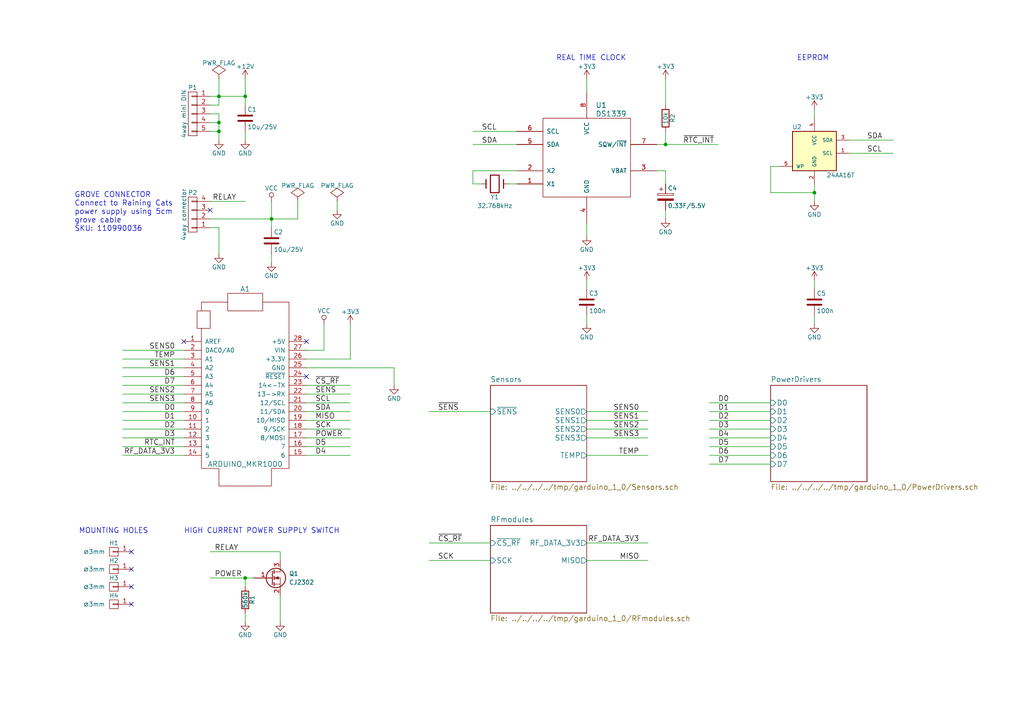
<source format=kicad_sch>
(kicad_sch (version 20230121) (generator eeschema)
  (paper "A4")
  (title_block (title "Guarduino Control Unit") (date "2016-09-30") (rev "1.0") (company "Serious Play Ltd") (comment 1 "Jakub Nedbal") (comment 2 "License: CC-BY-SA"))
  (lib_symbols
    (symbol "guarduino-rescue:+12V" (power) (pin_names (offset 0))
      (property "Value" "+12V" (at 0 3.556 0))
      (symbol "+12V_0_1"
        (polyline (pts (xy -0.762 1.27) (xy 0 2.54)))
        (polyline (pts (xy 0 0) (xy 0 2.54)))
        (polyline (pts (xy 0 2.54) (xy 0.762 1.27)))
      )
      (symbol "+12V_1_1"
        (pin power_in line (at 0 0 90) (length 0) hide (name "+12V") (number "1"))
      )
    )
    (symbol "guarduino-rescue:+3V3" (power) (pin_names (offset 0))
      (property "Value" "+3V3" (at 0 3.556 0))
      (symbol "+3V3_0_1"
        (polyline (pts (xy -0.762 1.27) (xy 0 2.54)))
        (polyline (pts (xy 0 0) (xy 0 2.54)))
        (polyline (pts (xy 0 2.54) (xy 0.762 1.27)))
      )
      (symbol "+3V3_1_1"
        (pin power_in line (at 0 0 90) (length 0) hide (name "+3V3") (number "1"))
      )
    )
    (symbol "guarduino-rescue:ARDUINO_MKR1000" (pin_names (offset 1.016))
      (property "Reference" "A" (at 0 31.75 0))
      (property "Value" "ARDUINO_MKR1000" (at 0 -19.05 0))
      (symbol "ARDUINO_MKR1000_0_1"
        (rectangle (start -13.97 25.4) (end -10.16 20.32))
        (rectangle (start -5.08 30.48) (end 5.08 25.4))
        (polyline (pts (xy -12.7 25.4) (xy -12.7 27.94) (xy -5.08 27.94)))
        (polyline (pts (xy 5.08 27.94) (xy 12.7 27.94) (xy 12.7 -20.32) (xy 7.62 -20.32) (xy 7.62 -25.4) (xy -7.62 -25.4) (xy -7.62 -20.32) (xy -12.7 -20.32) (xy -12.7 20.32)))
      )
      (symbol "ARDUINO_MKR1000_1_1"
        (pin input line (at -17.78 16.51 0) (length 5.08) (name "AREF") (number "1"))
        (pin bidirectional line (at -17.78 -6.35 0) (length 5.08) (name "1") (number "10"))
        (pin bidirectional line (at -17.78 -8.89 0) (length 5.08) (name "2") (number "11"))
        (pin bidirectional line (at -17.78 -11.43 0) (length 5.08) (name "3") (number "12"))
        (pin bidirectional line (at -17.78 -13.97 0) (length 5.08) (name "4") (number "13"))
        (pin bidirectional line (at -17.78 -16.51 0) (length 5.08) (name "5") (number "14"))
        (pin bidirectional line (at 17.78 -16.51 180) (length 5.08) (name "6") (number "15"))
        (pin bidirectional line (at 17.78 -13.97 180) (length 5.08) (name "7") (number "16"))
        (pin bidirectional line (at 17.78 -11.43 180) (length 5.08) (name "8/MOSI") (number "17"))
        (pin bidirectional line (at 17.78 -8.89 180) (length 5.08) (name "9/SCK") (number "18"))
        (pin bidirectional line (at 17.78 -6.35 180) (length 5.08) (name "10/MISO") (number "19"))
        (pin bidirectional line (at -17.78 13.97 0) (length 5.08) (name "DAC0/A0") (number "2"))
        (pin bidirectional line (at 17.78 -3.81 180) (length 5.08) (name "11/SDA") (number "20"))
        (pin bidirectional line (at 17.78 -1.27 180) (length 5.08) (name "12/SCL") (number "21"))
        (pin bidirectional line (at 17.78 1.27 180) (length 5.08) (name "13->RX") (number "22"))
        (pin bidirectional line (at 17.78 3.81 180) (length 5.08) (name "14<-TX") (number "23"))
        (pin bidirectional line (at 17.78 6.35 180) (length 5.08) (name "~{RESET}") (number "24"))
        (pin power_in line (at 17.78 8.89 180) (length 5.08) (name "GND") (number "25"))
        (pin power_out line (at 17.78 11.43 180) (length 5.08) (name "+3.3V") (number "26"))
        (pin power_in line (at 17.78 13.97 180) (length 5.08) (name "VIN") (number "27"))
        (pin power_out line (at 17.78 16.51 180) (length 5.08) (name "+5V") (number "28"))
        (pin bidirectional line (at -17.78 11.43 0) (length 5.08) (name "A1") (number "3"))
        (pin bidirectional line (at -17.78 8.89 0) (length 5.08) (name "A2") (number "4"))
        (pin bidirectional line (at -17.78 6.35 0) (length 5.08) (name "A3") (number "5"))
        (pin bidirectional line (at -17.78 3.81 0) (length 5.08) (name "A4") (number "6"))
        (pin bidirectional line (at -17.78 1.27 0) (length 5.08) (name "A5") (number "7"))
        (pin bidirectional line (at -17.78 -1.27 0) (length 5.08) (name "A6") (number "8"))
        (pin bidirectional line (at -17.78 -3.81 0) (length 5.08) (name "0") (number "9"))
      )
    )
    (symbol "guarduino-rescue:AT24CS16-STUM" (pin_names (offset 1.016))
      (property "Reference" "IC" (at -5.08 6.35 0))
      (property "Value" "AT24CS16-STUM" (at 7.62 -7.62 0))
      (property "Footprint" "SOT-23-5" (at 0 0 0))
      (symbol "AT24CS16-STUM_0_1"
        (rectangle (start -6.35 5.08) (end 6.35 -6.35) (stroke (width 0.254)) (fill (type background)))
      )
      (symbol "AT24CS16-STUM_1_1"
        (pin input line (at 10.16 -1.27 180) (length 3.81) (name "SCL") (number "1"))
        (pin power_in line (at 0 -10.16 90) (length 3.81) (name "GND") (number "2"))
        (pin bidirectional line (at 10.16 2.54 180) (length 3.81) (name "SDA") (number "3"))
        (pin power_in line (at 0 8.89 270) (length 3.81) (name "VCC") (number "4"))
        (pin input line (at -10.16 -5.08 0) (length 3.81) (name "WP") (number "5"))
      )
    )
    (symbol "guarduino-rescue:C" (pin_numbers hide) (pin_names (offset 0.254))
      (property "Reference" "C" (at 0.635 2.54 0))
      (property "Value" "C" (at 0.635 -2.54 0))
      (symbol "C_0_1"
        (polyline (pts (xy -2.032 -0.762) (xy 2.032 -0.762)) (stroke (width 0.508)))
        (polyline (pts (xy -2.032 0.762) (xy 2.032 0.762)) (stroke (width 0.508)))
      )
      (symbol "C_1_1"
        (pin passive line (at 0 3.81 270) (length 2.794) (name "~") (number "1"))
        (pin passive line (at 0 -3.81 90) (length 2.794) (name "~") (number "2"))
      )
    )
    (symbol "guarduino-rescue:CONN_01X01" (pin_names (offset 1.016) hide)
      (property "Reference" "P" (at 0 2.54 0))
      (property "Value" "CONN_01X01" (at 2.54 0 90))
      (symbol "CONN_01X01_0_1"
        (rectangle (start -1.27 0.127) (end 0.254 -0.127))
        (rectangle (start -1.27 1.27) (end 1.27 -1.27))
      )
      (symbol "CONN_01X01_1_1"
        (pin passive line (at -5.08 0 0) (length 3.81) (name "P1") (number "1"))
      )
    )
    (symbol "guarduino-rescue:CONN_01X04" (pin_names (offset 1.016) hide)
      (property "Reference" "P" (at 0 6.35 0))
      (property "Value" "CONN_01X04" (at 2.54 0 90))
      (symbol "CONN_01X04_0_1"
        (rectangle (start -1.27 -3.683) (end 0.254 -3.937))
        (rectangle (start -1.27 -1.143) (end 0.254 -1.397))
        (rectangle (start -1.27 1.397) (end 0.254 1.143))
        (rectangle (start -1.27 3.937) (end 0.254 3.683))
        (rectangle (start -1.27 5.08) (end 1.27 -5.08))
      )
      (symbol "CONN_01X04_1_1"
        (pin passive line (at -5.08 3.81 0) (length 3.81) (name "P1") (number "1"))
        (pin passive line (at -5.08 1.27 0) (length 3.81) (name "P2") (number "2"))
        (pin passive line (at -5.08 -1.27 0) (length 3.81) (name "P3") (number "3"))
        (pin passive line (at -5.08 -3.81 0) (length 3.81) (name "P4") (number "4"))
      )
    )
    (symbol "guarduino-rescue:CONN_01X05" (pin_names (offset 1.016) hide)
      (property "Reference" "P" (at 0 7.62 0))
      (property "Value" "CONN_01X05" (at 2.54 0 90))
      (symbol "CONN_01X05_0_1"
        (rectangle (start -1.27 -4.953) (end 0.254 -5.207))
        (rectangle (start -1.27 -2.413) (end 0.254 -2.667))
        (rectangle (start -1.27 0.127) (end 0.254 -0.127))
        (rectangle (start -1.27 2.667) (end 0.254 2.413))
        (rectangle (start -1.27 5.207) (end 0.254 4.953))
        (rectangle (start -1.27 6.35) (end 1.27 -6.35))
      )
      (symbol "CONN_01X05_1_1"
        (pin passive line (at -5.08 5.08 0) (length 3.81) (name "P1") (number "1"))
        (pin passive line (at -5.08 2.54 0) (length 3.81) (name "P2") (number "2"))
        (pin passive line (at -5.08 0 0) (length 3.81) (name "P3") (number "3"))
        (pin passive line (at -5.08 -2.54 0) (length 3.81) (name "P4") (number "4"))
        (pin passive line (at -5.08 -5.08 0) (length 3.81) (name "P5") (number "5"))
      )
    )
    (symbol "guarduino-rescue:CP" (pin_numbers hide) (pin_names (offset 0.254))
      (property "Reference" "C" (at 0.635 2.54 0))
      (property "Value" "CP" (at 0.635 -2.54 0))
      (symbol "CP_0_1"
        (rectangle (start -2.286 0.508) (end -2.286 1.016))
        (rectangle (start -2.286 0.508) (end 2.286 0.508))
        (polyline (pts (xy -1.778 2.286) (xy -0.762 2.286)))
        (polyline (pts (xy -1.27 2.794) (xy -1.27 1.778)))
        (rectangle (start 2.286 -0.508) (end -2.286 -1.016) (fill (type outline)))
        (rectangle (start 2.286 1.016) (end -2.286 1.016))
        (rectangle (start 2.286 1.016) (end 2.286 0.508))
      )
      (symbol "CP_1_1"
        (pin passive line (at 0 3.81 270) (length 2.794) (name "~") (number "1"))
        (pin passive line (at 0 -3.81 90) (length 2.794) (name "~") (number "2"))
      )
    )
    (symbol "guarduino-rescue:Crystal" (pin_numbers hide) (pin_names (offset 1.016) hide)
      (property "Reference" "Y" (at 0 3.81 0))
      (property "Value" "Crystal" (at 0 -3.81 0))
      (symbol "Crystal_0_1"
        (rectangle (start -1.27 2.54) (end 1.27 -2.54) (stroke (width 0.3048)))
        (polyline (pts (xy -2.54 -1.27) (xy -2.54 1.27)) (stroke (width 0.3048)))
        (polyline (pts (xy 2.54 -1.27) (xy 2.54 1.27)) (stroke (width 0.3048)))
      )
      (symbol "Crystal_1_1"
        (pin passive line (at -3.81 0 0) (length 1.27) (name "1") (number "1"))
        (pin passive line (at 3.81 0 180) (length 1.27) (name "2") (number "2"))
      )
    )
    (symbol "guarduino-rescue:DS1339" (pin_names (offset 1.016))
      (property "Reference" "U" (at 2.54 15.24 0))
      (property "Value" "DS1339" (at 2.54 12.7 0))
      (symbol "DS1339_0_1"
        (rectangle (start -12.7 11.43) (end 12.7 -11.43))
      )
      (symbol "DS1339_1_1"
        (pin input line (at -20.32 -7.62 0) (length 7.62) (name "X1") (number "1"))
        (pin input line (at -20.32 -3.81 0) (length 7.62) (name "X2") (number "2"))
        (pin input line (at 20.32 -3.81 180) (length 7.62) (name "VBAT") (number "3"))
        (pin input line (at 0 -19.05 90) (length 7.62) (name "GND") (number "4"))
        (pin input line (at -20.32 3.81 0) (length 7.62) (name "SDA") (number "5"))
        (pin input line (at -20.32 7.62 0) (length 7.62) (name "SCL") (number "6"))
        (pin input line (at 20.32 3.81 180) (length 7.62) (name "SQW/~{INT}") (number "7"))
        (pin input line (at 0 19.05 270) (length 7.62) (name "VCC") (number "8"))
      )
    )
    (symbol "guarduino-rescue:GND" (power) (pin_names (offset 0))
      (property "Value" "GND" (at 0 -3.81 0))
      (symbol "GND_0_1"
        (polyline (pts (xy 0 0) (xy 0 -1.27) (xy 1.27 -1.27) (xy 0 -2.54) (xy -1.27 -1.27) (xy 0 -1.27)))
      )
      (symbol "GND_1_1"
        (pin power_in line (at 0 0 270) (length 0) hide (name "GND") (number "1"))
      )
    )
    (symbol "guarduino-rescue:PWR_FLAG" (power) (pin_numbers hide) (pin_names (offset 0) hide)
      (property "Value" "PWR_FLAG" (at 0 4.572 0))
      (symbol "PWR_FLAG_0_0"
        (pin power_out line (at 0 0 90) (length 0) (name "pwr") (number "1"))
      )
      (symbol "PWR_FLAG_0_1"
        (polyline (pts (xy 0 0) (xy 0 1.27) (xy -1.905 2.54) (xy 0 3.81) (xy 1.905 2.54) (xy 0 1.27)))
      )
    )
    (symbol "guarduino-rescue:Q_NMOS_GSD" (pin_names (offset 0) hide)
      (property "Reference" "Q" (at 7.62 1.27 0))
      (property "Value" "Q_NMOS_GSD" (at 16.51 -1.27 0))
      (symbol "Q_NMOS_GSD_0_1"
        (polyline (pts (xy 0.762 -1.778) (xy 2.54 -1.778)))
        (polyline (pts (xy 0.762 -1.27) (xy 0.762 -2.286)) (stroke (width 0.254)))
        (polyline (pts (xy 0.762 0) (xy 2.54 0)))
        (polyline (pts (xy 0.762 0.508) (xy 0.762 -0.508)) (stroke (width 0.254)))
        (polyline (pts (xy 0.762 1.778) (xy 2.54 1.778)))
        (polyline (pts (xy 0.762 2.286) (xy 0.762 1.27)) (stroke (width 0.254)))
        (polyline (pts (xy 2.54 -1.778) (xy 2.54 -2.54)))
        (polyline (pts (xy 2.54 -1.778) (xy 2.54 0)))
        (polyline (pts (xy 2.54 2.54) (xy 2.54 1.778)))
        (polyline (pts (xy 0.254 1.905) (xy 0.254 -1.905) (xy 0.254 -1.905)) (stroke (width 0.254)))
        (polyline (pts (xy 1.016 0) (xy 2.032 0.381) (xy 2.032 -0.381) (xy 1.016 0)) (fill (type outline)))
        (circle (center 1.27 0) (radius 2.8194) (stroke (width 0.254)))
      )
      (symbol "Q_NMOS_GSD_1_1"
        (pin input line (at -5.08 0 0) (length 5.334) (name "G") (number "1"))
        (pin passive line (at 2.54 -5.08 90) (length 2.54) (name "S") (number "2"))
        (pin passive line (at 2.54 5.08 270) (length 2.54) (name "D") (number "3"))
      )
    )
    (symbol "guarduino-rescue:R" (pin_numbers hide) (pin_names (offset 0))
      (property "Reference" "R" (at 2.032 0 90))
      (property "Value" "R" (at 0 0 90))
      (symbol "R_0_1"
        (rectangle (start -1.016 -2.54) (end 1.016 2.54) (stroke (width 0.254)))
      )
      (symbol "R_1_1"
        (pin passive line (at 0 3.81 270) (length 1.27) (name "~") (number "1"))
        (pin passive line (at 0 -3.81 90) (length 1.27) (name "~") (number "2"))
      )
    )
    (symbol "guarduino-rescue:VCC" (power) (pin_names (offset 0))
      (property "Value" "VCC" (at 0 3.81 0))
      (symbol "VCC_0_1"
        (polyline (pts (xy 0 0) (xy 0 1.27)))
        (circle (center 0 1.905) (radius 0.635))
      )
      (symbol "VCC_1_1"
        (pin power_in line (at 0 0 90) (length 0) hide (name "VCC") (number "1"))
      )
    )
  )
  (junction (at 71.12 167.64))
  (junction (at 63.5 35.56))
  (junction (at 63.5 27.94))
  (junction (at 236.22 55.88))
  (junction (at 78.74 63.5))
  (junction (at 71.12 27.94))
  (junction (at 63.5 38.1))
  (junction (at 193.04 41.91))
  (no_connect (at 38.1 175.26))
  (no_connect (at 88.9 99.06))
  (no_connect (at 53.34 99.06))
  (no_connect (at 38.1 165.1))
  (no_connect (at 60.96 60.96))
  (no_connect (at 38.1 170.18))
  (no_connect (at 88.9 109.22))
  (no_connect (at 38.1 160.02))
  (wire (pts (xy 88.9 129.54) (xy 101.6 129.54)))
  (wire (pts (xy 53.34 119.38) (xy 35.56 119.38)))
  (wire (pts (xy 71.12 22.86) (xy 71.12 27.94)))
  (wire (pts (xy 236.22 34.29) (xy 236.22 31.75)))
  (wire (pts (xy 60.96 63.5) (xy 78.74 63.5)))
  (wire (pts (xy 53.34 124.46) (xy 35.56 124.46)))
  (wire (pts (xy 205.74 121.92) (xy 223.52 121.92)))
  (wire (pts (xy 53.34 129.54) (xy 35.56 129.54)))
  (wire (pts (xy 60.96 27.94) (xy 63.5 27.94)))
  (wire (pts (xy 142.24 119.38) (xy 124.46 119.38)))
  (wire (pts (xy 60.96 33.02) (xy 63.5 33.02)))
  (wire (pts (xy 170.18 83.82) (xy 170.18 81.28)))
  (wire (pts (xy 187.96 157.48) (xy 170.18 157.48)))
  (wire (pts (xy 193.04 41.91) (xy 208.28 41.91)))
  (wire (pts (xy 63.5 27.94) (xy 63.5 30.48)))
  (wire (pts (xy 71.12 170.18) (xy 71.12 167.64)))
  (wire (pts (xy 226.06 48.26) (xy 223.52 48.26)))
  (wire (pts (xy 71.12 177.8) (xy 71.12 180.34)))
  (wire (pts (xy 149.86 49.53) (xy 137.16 49.53)))
  (wire (pts (xy 88.9 106.68) (xy 114.3 106.68)))
  (wire (pts (xy 88.9 101.6) (xy 93.98 101.6)))
  (wire (pts (xy 223.52 119.38) (xy 205.74 119.38)))
  (wire (pts (xy 187.96 132.08) (xy 170.18 132.08)))
  (wire (pts (xy 88.9 114.3) (xy 101.6 114.3)))
  (wire (pts (xy 193.04 30.48) (xy 193.04 22.86)))
  (wire (pts (xy 53.34 114.3) (xy 35.56 114.3)))
  (wire (pts (xy 97.79 58.42) (xy 97.79 60.96)))
  (wire (pts (xy 71.12 167.64) (xy 73.66 167.64)))
  (wire (pts (xy 236.22 91.44) (xy 236.22 93.98)))
  (wire (pts (xy 236.22 83.82) (xy 236.22 81.28)))
  (wire (pts (xy 170.18 124.46) (xy 187.96 124.46)))
  (wire (pts (xy 71.12 38.1) (xy 71.12 40.64)))
  (wire (pts (xy 88.9 127) (xy 101.6 127)))
  (wire (pts (xy 53.34 116.84) (xy 35.56 116.84)))
  (wire (pts (xy 63.5 30.48) (xy 60.96 30.48)))
  (wire (pts (xy 60.96 38.1) (xy 63.5 38.1)))
  (wire (pts (xy 187.96 121.92) (xy 170.18 121.92)))
  (wire (pts (xy 78.74 73.66) (xy 78.74 76.2)))
  (wire (pts (xy 101.6 124.46) (xy 88.9 124.46)))
  (wire (pts (xy 187.96 119.38) (xy 170.18 119.38)))
  (wire (pts (xy 142.24 162.56) (xy 124.46 162.56)))
  (wire (pts (xy 142.24 157.48) (xy 124.46 157.48)))
  (wire (pts (xy 71.12 27.94) (xy 71.12 30.48)))
  (wire (pts (xy 78.74 63.5) (xy 78.74 66.04)))
  (wire (pts (xy 78.74 63.5) (xy 86.36 63.5)))
  (wire (pts (xy 149.86 38.1) (xy 137.16 38.1)))
  (wire (pts (xy 60.96 66.04) (xy 63.5 66.04)))
  (wire (pts (xy 170.18 64.77) (xy 170.18 68.58)))
  (wire (pts (xy 223.52 55.88) (xy 236.22 55.88)))
  (wire (pts (xy 88.9 104.14) (xy 101.6 104.14)))
  (wire (pts (xy 63.5 66.04) (xy 63.5 73.66)))
  (wire (pts (xy 236.22 53.34) (xy 236.22 55.88)))
  (wire (pts (xy 88.9 132.08) (xy 101.6 132.08)))
  (wire (pts (xy 193.04 60.96) (xy 193.04 63.5)))
  (wire (pts (xy 53.34 106.68) (xy 35.56 106.68)))
  (wire (pts (xy 223.52 124.46) (xy 205.74 124.46)))
  (wire (pts (xy 35.56 101.6) (xy 53.34 101.6)))
  (wire (pts (xy 190.5 49.53) (xy 193.04 49.53)))
  (wire (pts (xy 205.74 127) (xy 223.52 127)))
  (wire (pts (xy 63.5 38.1) (xy 63.5 40.64)))
  (wire (pts (xy 81.28 160.02) (xy 60.96 160.02)))
  (wire (pts (xy 205.74 132.08) (xy 223.52 132.08)))
  (wire (pts (xy 149.86 53.34) (xy 147.32 53.34)))
  (wire (pts (xy 88.9 119.38) (xy 101.6 119.38)))
  (wire (pts (xy 101.6 104.14) (xy 101.6 93.98)))
  (wire (pts (xy 60.96 167.64) (xy 71.12 167.64)))
  (wire (pts (xy 187.96 162.56) (xy 170.18 162.56)))
  (wire (pts (xy 53.34 127) (xy 35.56 127)))
  (wire (pts (xy 246.38 44.45) (xy 259.08 44.45)))
  (wire (pts (xy 93.98 101.6) (xy 93.98 93.98)))
  (wire (pts (xy 60.96 35.56) (xy 63.5 35.56)))
  (wire (pts (xy 53.34 109.22) (xy 35.56 109.22)))
  (wire (pts (xy 63.5 35.56) (xy 63.5 38.1)))
  (wire (pts (xy 88.9 121.92) (xy 101.6 121.92)))
  (wire (pts (xy 88.9 111.76) (xy 101.6 111.76)))
  (wire (pts (xy 53.34 121.92) (xy 35.56 121.92)))
  (wire (pts (xy 149.86 41.91) (xy 137.16 41.91)))
  (wire (pts (xy 137.16 49.53) (xy 137.16 53.34)))
  (wire (pts (xy 53.34 104.14) (xy 35.56 104.14)))
  (wire (pts (xy 88.9 116.84) (xy 101.6 116.84)))
  (wire (pts (xy 190.5 41.91) (xy 193.04 41.91)))
  (wire (pts (xy 114.3 106.68) (xy 114.3 111.76)))
  (wire (pts (xy 170.18 91.44) (xy 170.18 93.98)))
  (wire (pts (xy 223.52 129.54) (xy 205.74 129.54)))
  (wire (pts (xy 246.38 40.64) (xy 259.08 40.64)))
  (wire (pts (xy 193.04 41.91) (xy 193.04 38.1)))
  (wire (pts (xy 63.5 27.94) (xy 71.12 27.94)))
  (wire (pts (xy 60.96 58.42) (xy 71.12 58.42)))
  (wire (pts (xy 81.28 172.72) (xy 81.28 180.34)))
  (wire (pts (xy 223.52 48.26) (xy 223.52 55.88)))
  (wire (pts (xy 78.74 58.42) (xy 78.74 63.5)))
  (wire (pts (xy 137.16 53.34) (xy 139.7 53.34)))
  (wire (pts (xy 86.36 63.5) (xy 86.36 58.42)))
  (wire (pts (xy 187.96 127) (xy 170.18 127)))
  (wire (pts (xy 53.34 111.76) (xy 35.56 111.76)))
  (wire (pts (xy 236.22 55.88) (xy 236.22 58.42)))
  (wire (pts (xy 170.18 26.67) (xy 170.18 22.86)))
  (wire (pts (xy 63.5 33.02) (xy 63.5 35.56)))
  (wire (pts (xy 63.5 22.86) (xy 63.5 27.94)))
  (wire (pts (xy 53.34 132.08) (xy 35.56 132.08)))
  (wire (pts (xy 223.52 134.62) (xy 205.74 134.62)))
  (wire (pts (xy 193.04 49.53) (xy 193.04 53.34)))
  (wire (pts (xy 81.28 162.56) (xy 81.28 160.02)))
  (wire (pts (xy 223.52 116.84) (xy 205.74 116.84)))
  (text "REAL TIME CLOCK" (at 161.29 17.78 0) (effects (font (size 1.524 1.524)) (justify left bottom)))
  (text "GROVE CONNECTOR\nConnect to Raining Cats\npower supply using 5cm\ngrove cable\nSKU: 110990036" (at 21.59 67.31 0) (effects (font (size 1.524 1.524)) (justify left bottom)))
  (text "HIGH CURRENT POWER SUPPLY SWITCH" (at 53.34 154.94 0) (effects (font (size 1.524 1.524)) (justify left bottom)))
  (text "EEPROM" (at 231.14 17.78 0) (effects (font (size 1.524 1.524)) (justify left bottom)))
  (text "MOUNTING HOLES" (at 22.86 154.94 0) (effects (font (size 1.524 1.524)) (justify left bottom)))
  (label "D4" (at 91.44 132.08 0) (effects (font (size 1.524 1.524))))
  (label "RF_DATA_3V3" (at 50.8 132.08 180) (effects (font (size 1.524 1.524))))
  (label "~{RTC_INT}" (at 50.8 129.54 180) (effects (font (size 1.524 1.524))))
  (label "~{RTC_INT}" (at 198.12 41.91 0) (effects (font (size 1.524 1.524))))
  (label "D5" (at 208.28 129.54 0) (effects (font (size 1.524 1.524))))
  (label "D1" (at 208.28 119.38 0) (effects (font (size 1.524 1.524))))
  (label "D0" (at 208.28 116.84 0) (effects (font (size 1.524 1.524))))
  (label "D3" (at 50.8 127 180) (effects (font (size 1.524 1.524))))
  (label "SENS1" (at 185.42 121.92 180) (effects (font (size 1.524 1.524))))
  (label "TEMP" (at 50.8 104.14 180) (effects (font (size 1.524 1.524))))
  (label "SENS0" (at 185.42 119.38 180) (effects (font (size 1.524 1.524))))
  (label "D7" (at 50.8 111.76 180) (effects (font (size 1.524 1.524))))
  (label "~{CS_RF}" (at 127 157.48 0) (effects (font (size 1.524 1.524))))
  (label "~{SENS}" (at 127 119.38 0) (effects (font (size 1.524 1.524))))
  (label "~{SENS}" (at 91.44 114.3 0) (effects (font (size 1.524 1.524))))
  (label "SENS2" (at 50.8 114.3 180) (effects (font (size 1.524 1.524))))
  (label "SCL" (at 251.46 44.45 0) (effects (font (size 1.524 1.524))))
  (label "SENS2" (at 185.42 124.46 180) (effects (font (size 1.524 1.524))))
  (label "D6" (at 50.8 109.22 180) (effects (font (size 1.524 1.524))))
  (label "D5" (at 91.44 129.54 0) (effects (font (size 1.524 1.524))))
  (label "SCL" (at 91.44 116.84 0) (effects (font (size 1.524 1.524))))
  (label "~{CS_RF}" (at 91.44 111.76 0) (effects (font (size 1.524 1.524))))
  (label "POWER" (at 62.23 167.64 0) (effects (font (size 1.524 1.524))))
  (label "SENS3" (at 185.42 127 180) (effects (font (size 1.524 1.524))))
  (label "RELAY" (at 62.23 160.02 0) (effects (font (size 1.524 1.524))))
  (label "SCK" (at 127 162.56 0) (effects (font (size 1.524 1.524))))
  (label "RF_DATA_3V3" (at 185.42 157.48 180) (effects (font (size 1.524 1.524))))
  (label "MISO" (at 91.44 121.92 0) (effects (font (size 1.524 1.524))))
  (label "MISO" (at 185.42 162.56 180) (effects (font (size 1.524 1.524))))
  (label "D2" (at 50.8 124.46 180) (effects (font (size 1.524 1.524))))
  (label "D3" (at 208.28 124.46 0) (effects (font (size 1.524 1.524))))
  (label "D0" (at 50.8 119.38 180) (effects (font (size 1.524 1.524))))
  (label "SDA" (at 139.7 41.91 0) (effects (font (size 1.524 1.524))))
  (label "SCL" (at 139.7 38.1 0) (effects (font (size 1.524 1.524))))
  (label "SDA" (at 91.44 119.38 0) (effects (font (size 1.524 1.524))))
  (label "SENS1" (at 50.8 106.68 180) (effects (font (size 1.524 1.524))))
  (label "D1" (at 50.8 121.92 180) (effects (font (size 1.524 1.524))))
  (label "D4" (at 208.28 127 0) (effects (font (size 1.524 1.524))))
  (label "SDA" (at 251.46 40.64 0) (effects (font (size 1.524 1.524))))
  (label "TEMP" (at 185.42 132.08 180) (effects (font (size 1.524 1.524))))
  (label "D7" (at 208.28 134.62 0) (effects (font (size 1.524 1.524))))
  (label "SENS0" (at 50.8 101.6 180) (effects (font (size 1.524 1.524))))
  (label "RELAY" (at 68.58 58.42 180) (effects (font (size 1.524 1.524))))
  (label "SENS3" (at 50.8 116.84 180) (effects (font (size 1.524 1.524))))
  (label "D6" (at 208.28 132.08 0) (effects (font (size 1.524 1.524))))
  (label "SCK" (at 91.44 124.46 0) (effects (font (size 1.524 1.524))))
  (label "D2" (at 208.28 121.92 0) (effects (font (size 1.524 1.524))))
  (label "POWER" (at 91.44 127 0) (effects (font (size 1.524 1.524))))
  (symbol (lib_id "guarduino-rescue:ARDUINO_MKR1000") (at 71.12 115.57 0) (unit 1)
    (property "Reference" "A1" (at 71.12 83.82 0) (effects (font (size 1.524 1.524))))
    (property "Value" "ARDUINO_MKR1000" (at 71.12 134.62 0) (effects (font (size 1.524 1.524))))
    (property "Footprint" "jakub:ARDUINO_MKR1000" (effects hide))
  )
  (symbol (lib_id "guarduino-rescue:DS1339") (at 170.18 45.72 0) (unit 1)
    (property "Reference" "U1" (at 172.72 30.48 0) (effects (font (size 1.524 1.524)) (justify left)))
    (property "Value" "DS1339" (at 172.72 33.02 0) (effects (font (size 1.524 1.524)) (justify left)))
    (property "Footprint" "Housings_SSOP:MSOP-8_3x3mm_Pitch0.65mm" (effects hide))
    (property "Part Number" "DS1339U-33+T&R" (effects hide))
    (property "Manufacturer" "Maxim" (effects hide))
    (property "Package" "USOP-8" (effects hide))
    (property "Supplier" "Farnell" (effects hide))
    (property "Order Code" "2515464" (effects hide))
    (property "Note" "I2C serial real-time clock" (effects hide))
  )
  (symbol (lib_id "guarduino-rescue:GND") (at 170.18 68.58 0) (unit 1)
    (property "Reference" "#PWR01" (effects hide))
    (property "Value" "GND" (at 170.18 72.39 0))
  )
  (symbol (lib_id "guarduino-rescue:+3V3") (at 170.18 22.86 0) (unit 1)
    (property "Reference" "#PWR02" (effects hide))
    (property "Value" "+3V3" (at 170.18 19.304 0))
  )
  (symbol (lib_id "guarduino-rescue:+3V3") (at 193.04 22.86 0) (unit 1)
    (property "Reference" "#PWR03" (effects hide))
    (property "Value" "+3V3" (at 193.04 19.304 0))
  )
  (symbol (lib_id "guarduino-rescue:CP") (at 193.04 57.15 0) (unit 1)
    (property "Reference" "C4" (at 193.675 54.61 0) (effects (justify left)))
    (property "Value" "0.33F/5.5V" (at 193.675 59.69 0) (effects (justify left)))
    (property "Footprint" "jakub:SD_CAP" (effects hide))
    (property "Part Number" "EECS0HD334VN" (effects hide))
    (property "Manufacturer" "Panasonic" (effects hide))
    (property "Supplier" "Farnell" (effects hide))
    (property "Order Code" "2472068" (effects hide))
    (property "Note" "330mF/5.5V ⌀10.5mm backup capacitor" (effects hide))
  )
  (symbol (lib_id "guarduino-rescue:GND") (at 193.04 63.5 0) (unit 1)
    (property "Reference" "#PWR04" (effects hide))
    (property "Value" "GND" (at 193.04 67.31 0))
  )
  (symbol (lib_id "guarduino-rescue:VCC") (at 93.98 93.98 0) (unit 1)
    (property "Reference" "#PWR05" (effects hide))
    (property "Value" "VCC" (at 93.98 90.17 0))
  )
  (symbol (lib_id "guarduino-rescue:GND") (at 114.3 111.76 0) (unit 1)
    (property "Reference" "#PWR06" (effects hide))
    (property "Value" "GND" (at 114.3 115.57 0))
  )
  (symbol (lib_id "guarduino-rescue:+3V3") (at 101.6 93.98 0) (unit 1)
    (property "Reference" "#PWR07" (effects hide))
    (property "Value" "+3V3" (at 101.6 90.424 0))
  )
  (symbol (lib_id "guarduino-rescue:Crystal") (at 143.51 53.34 0) (unit 1)
    (property "Reference" "Y1" (at 143.51 57.15 0))
    (property "Value" "32.768kHz" (at 143.51 59.69 0))
    (property "Footprint" "Crystals:Crystal_SMD_5032_2Pads" (effects hide))
    (property "Part Number" "FC-135" (effects hide))
    (property "Manufacturer" "Xinhunjing" (effects hide))
    (property "Package" "1206" (effects hide))
    (property "Supplier" "Farnell" (effects hide))
    (property "Order Code" "2467864" (effects hide))
    (property "Alt. Supplier" "Open Parts Library" (effects hide))
    (property "Alt. Order Code" "306010055" (effects hide))
    (property "Note" "32768Hz 1206 7pF crystal" (effects hide))
  )
  (symbol (lib_id "guarduino-rescue:AT24CS16-STUM") (at 236.22 43.18 0) (unit 1)
    (property "Reference" "U2" (at 231.14 36.83 0))
    (property "Value" "24AA16T" (at 243.84 50.8 0))
    (property "Footprint" "TO_SOT_Packages_SMD:SOT-23-5" (effects hide))
    (property "Part Number" "24AA16T-I/OT" (effects hide))
    (property "Manufacturer" "Microchip" (effects hide))
    (property "Package" "SOT23-5" (effects hide))
    (property "Supplier" "Farnell" (effects hide))
    (property "Order Code" "1331290" (effects hide))
    (property "Note" "16k I2C serial EEPROM" (effects hide))
  )
  (symbol (lib_id "guarduino-rescue:+3V3") (at 236.22 31.75 0) (unit 1)
    (property "Reference" "#PWR08" (effects hide))
    (property "Value" "+3V3" (at 236.22 28.194 0))
  )
  (symbol (lib_id "guarduino-rescue:GND") (at 236.22 58.42 0) (unit 1)
    (property "Reference" "#PWR09" (effects hide))
    (property "Value" "GND" (at 236.22 62.23 0))
  )
  (symbol (lib_id "guarduino-rescue:+12V") (at 71.12 22.86 0) (unit 1)
    (property "Reference" "#PWR010" (effects hide))
    (property "Value" "+12V" (at 71.12 19.304 0))
  )
  (symbol (lib_id "guarduino-rescue:GND") (at 71.12 40.64 0) (unit 1)
    (property "Reference" "#PWR011" (effects hide))
    (property "Value" "GND" (at 71.12 44.45 0))
  )
  (symbol (lib_id "guarduino-rescue:GND") (at 63.5 40.64 0) (unit 1)
    (property "Reference" "#PWR012" (effects hide))
    (property "Value" "GND" (at 63.5 44.45 0))
  )
  (symbol (lib_id "guarduino-rescue:GND") (at 170.18 93.98 0) (unit 1)
    (property "Reference" "#PWR013" (effects hide))
    (property "Value" "GND" (at 170.18 97.79 0))
  )
  (symbol (lib_id "guarduino-rescue:+3V3") (at 170.18 81.28 0) (unit 1)
    (property "Reference" "#PWR014" (effects hide))
    (property "Value" "+3V3" (at 170.18 77.724 0))
  )
  (symbol (lib_id "guarduino-rescue:GND") (at 236.22 93.98 0) (unit 1)
    (property "Reference" "#PWR015" (effects hide))
    (property "Value" "GND" (at 236.22 97.79 0))
  )
  (symbol (lib_id "guarduino-rescue:+3V3") (at 236.22 81.28 0) (unit 1)
    (property "Reference" "#PWR016" (effects hide))
    (property "Value" "+3V3" (at 236.22 77.724 0))
  )
  (symbol (lib_id "guarduino-rescue:GND") (at 78.74 76.2 0) (unit 1)
    (property "Reference" "#PWR017" (effects hide))
    (property "Value" "GND" (at 78.74 80.01 0))
  )
  (symbol (lib_id "guarduino-rescue:GND") (at 63.5 73.66 0) (unit 1)
    (property "Reference" "#PWR018" (effects hide))
    (property "Value" "GND" (at 63.5 77.47 0))
  )
  (symbol (lib_id "guarduino-rescue:R") (at 71.12 173.99 0) (unit 1)
    (property "Reference" "R1" (at 73.152 173.99 90))
    (property "Value" "560k" (at 71.12 173.99 90))
    (property "Footprint" "Resistors_SMD:R_0603" (effects hide))
    (property "Part Number" "RC0603JR-07560KL" (effects hide))
    (property "Manufacturer" "Yageo" (effects hide))
    (property "Package" "0603" (effects hide))
    (property "Supplier" "Farnell" (effects hide))
    (property "Order Code" "9233717" (effects hide))
    (property "Alt. Supplier" "Open Parts Library" (effects hide))
    (property "Alt. Order Code" "301010230" (effects hide))
    (property "Note" "560kΩ/5% 0603 resistor" (effects hide))
  )
  (symbol (lib_id "guarduino-rescue:GND") (at 81.28 180.34 0) (unit 1)
    (property "Reference" "#PWR019" (effects hide))
    (property "Value" "GND" (at 81.28 184.15 0))
  )
  (symbol (lib_id "guarduino-rescue:GND") (at 71.12 180.34 0) (unit 1)
    (property "Reference" "#PWR020" (effects hide))
    (property "Value" "GND" (at 71.12 184.15 0))
  )
  (symbol (lib_id "guarduino-rescue:Q_NMOS_GSD") (at 78.74 167.64 0) (unit 1)
    (property "Reference" "Q1" (at 83.82 166.37 0) (effects (justify left)))
    (property "Value" "CJ2302" (at 83.82 168.91 0) (effects (justify left)))
    (property "Footprint" "TO_SOT_Packages_SMD:SOT-23" (effects hide))
    (property "Part Number" "CJ2302" (effects hide))
    (property "Manufacturer" "JCET" (effects hide))
    (property "Package" "SOT23" (effects hide))
    (property "Supplier" "Farnell" (effects hide))
    (property "Order Code" "1299316" (effects hide))
    (property "Alt. Supplier" "Open Parts Library" (effects hide))
    (property "Alt. Order Code" "305030015" (effects hide))
    (property "Note" "N-channel MOSFET 20V/2.1A" (effects hide))
  )
  (symbol (lib_id "guarduino-rescue:R") (at 193.04 34.29 0) (unit 1)
    (property "Reference" "R2" (at 195.072 34.29 90))
    (property "Value" "10k" (at 193.04 34.29 90))
    (property "Footprint" "Resistors_SMD:R_0603" (effects hide))
    (property "Part Number" "RC0603FR-0710KL" (effects hide))
    (property "Manufacturer" "Yageo" (effects hide))
    (property "Package" "0603" (effects hide))
    (property "Supplier" "Farnell" (effects hide))
    (property "Order Code" "9238603" (effects hide))
    (property "Alt. Supplier" "Open Parts Library" (effects hide))
    (property "Alt. Order Code" "301010299" (effects hide))
    (property "Note" "10kΩ/1% 0603 resistor" (effects hide))
  )
  (symbol (lib_id "guarduino-rescue:C") (at 71.12 34.29 0) (unit 1)
    (property "Reference" "C1" (at 71.755 31.75 0) (effects (justify left)))
    (property "Value" "10u/25V" (at 71.755 36.83 0) (effects (justify left)))
    (property "Footprint" "Capacitors_SMD:C_0805" (effects hide))
    (property "Part Number" "CC0805KKX5R8BB106" (effects hide))
    (property "Manufacturer" "Yageo" (effects hide))
    (property "Package" "0805" (effects hide))
    (property "Supplier" "Farnell" (effects hide))
    (property "Order Code" "1735530" (effects hide))
    (property "Alt. Supplier" "Open Parts Library" (effects hide))
    (property "Alt. Order Code" "302010178" (effects hide))
    (property "Note" "10μF/25V 0805 X5R ceramic capacitor" (effects hide))
  )
  (symbol (lib_id "guarduino-rescue:C") (at 78.74 69.85 0) (unit 1)
    (property "Reference" "C2" (at 79.375 67.31 0) (effects (justify left)))
    (property "Value" "10u/25V" (at 79.375 72.39 0) (effects (justify left)))
    (property "Footprint" "Capacitors_SMD:C_0805" (effects hide))
    (property "Part Number" "CC0805KKX5R8BB106" (effects hide))
    (property "Manufacturer" "Yageo" (effects hide))
    (property "Package" "0805" (effects hide))
    (property "Supplier" "Farnell" (effects hide))
    (property "Order Code" "1735530" (effects hide))
    (property "Alt. Supplier" "Open Parts Library" (effects hide))
    (property "Alt. Order Code" "302010178" (effects hide))
    (property "Note" "10μF/25V 0805 X5R ceramic capacitor" (effects hide))
  )
  (symbol (lib_id "guarduino-rescue:C") (at 170.18 87.63 0) (unit 1)
    (property "Reference" "C3" (at 170.815 85.09 0) (effects (justify left)))
    (property "Value" "100n" (at 170.815 90.17 0) (effects (justify left)))
    (property "Footprint" "Capacitors_SMD:C_0603" (effects hide))
    (property "Part Number" "CC0603KRX7R9BB104" (effects hide))
    (property "Manufacturer" "Yageo" (effects hide))
    (property "Package" "0603" (effects hide))
    (property "Supplier" "Farnell" (effects hide))
    (property "Order Code" "1362556" (effects hide))
    (property "Alt. Supplier" "Open Parts Library" (effects hide))
    (property "Alt. Order Code" "302010138" (effects hide))
    (property "Note" "100nF/50V X7R 0603 ceramic capacitor" (effects hide))
  )
  (symbol (lib_id "guarduino-rescue:C") (at 236.22 87.63 0) (unit 1)
    (property "Reference" "C5" (at 236.855 85.09 0) (effects (justify left)))
    (property "Value" "100n" (at 236.855 90.17 0) (effects (justify left)))
    (property "Footprint" "Capacitors_SMD:C_0603" (effects hide))
    (property "Part Number" "CC0603KRX7R9BB104" (effects hide))
    (property "Manufacturer" "Yageo" (effects hide))
    (property "Package" "0603" (effects hide))
    (property "Supplier" "Farnell" (effects hide))
    (property "Order Code" "1362556" (effects hide))
    (property "Alt. Supplier" "Open Parts Library" (effects hide))
    (property "Alt. Order Code" "302010138" (effects hide))
    (property "Note" "100nF/50V X7R 0603 ceramic capacitor" (effects hide))
  )
  (symbol (lib_id "guarduino-rescue:VCC") (at 78.74 58.42 0) (unit 1)
    (property "Reference" "#PWR021" (effects hide))
    (property "Value" "VCC" (at 78.74 54.61 0))
  )
  (symbol (lib_id "guarduino-rescue:PWR_FLAG") (at 63.5 22.86 0) (unit 1)
    (property "Reference" "#FLG022" (effects hide))
    (property "Value" "PWR_FLAG" (at 63.5 18.288 0))
  )
  (symbol (lib_id "guarduino-rescue:PWR_FLAG") (at 86.36 58.42 0) (unit 1)
    (property "Reference" "#FLG023" (effects hide))
    (property "Value" "PWR_FLAG" (at 86.36 53.848 0))
  )
  (symbol (lib_id "guarduino-rescue:PWR_FLAG") (at 97.79 58.42 0) (unit 1)
    (property "Reference" "#FLG025" (effects hide))
    (property "Value" "PWR_FLAG" (at 97.79 53.848 0))
  )
  (symbol (lib_id "guarduino-rescue:GND") (at 97.79 60.96 0) (unit 1)
    (property "Reference" "#PWR024" (effects hide))
    (property "Value" "GND" (at 97.79 64.77 0))
  )
  (symbol (lib_id "guarduino-rescue:CONN_01X05") (at 55.88 33.02 0) (mirror y) (unit 1)
    (property "Reference" "P1" (at 55.88 25.4 0))
    (property "Value" "4way mini DIN" (at 53.34 33.02 90))
    (property "Footprint" "jakub:MiniDIN4way" (effects hide))
    (property "Part Number" "2MJ-0402A110" (effects hide))
    (property "Manufacturer" "Multicomp" (effects hide))
    (property "Supplier" "Farnell" (effects hide))
    (property "Order Code" "1876291" (effects hide))
    (property "Note" "4-way 7.5A power mini DIN connector" (effects hide))
  )
  (symbol (lib_id "guarduino-rescue:CONN_01X04") (at 55.88 62.23 180) (unit 1)
    (property "Reference" "P2" (at 55.88 55.88 0))
    (property "Value" "4way connector" (at 53.34 62.23 90))
    (property "Footprint" "jakub:JST_PH_04way_vert" (effects hide))
    (property "Part Number" "1125S-4P" (effects hide))
    (property "Manufacturer" "Taifeng" (effects hide))
    (property "Package" "SIP-4" (effects hide))
    (property "Supplier" "Open Parts Library" (effects hide))
    (property "Order Code" "320110033" (effects hide))
    (property "Alt. Supplier" "Farnell" (effects hide))
    (property "Alt. Order Code" "9492437" (effects hide))
    (property "Note" "Grove connector" (effects hide))
  )
  (symbol (lib_id "guarduino-rescue:CONN_01X01") (at 33.02 170.18 180) (unit 1)
    (property "Reference" "H3" (at 33.02 167.64 0))
    (property "Value" "⌀3mm" (at 30.48 170.18 0) (effects (justify left)))
    (property "Footprint" "Mounting_Holes:MountingHole_3.2mm_M3" (effects hide))
    (property "Supplier" "Farnell" (effects hide))
  )
  (symbol (lib_id "guarduino-rescue:CONN_01X01") (at 33.02 175.26 180) (unit 1)
    (property "Reference" "H4" (at 33.02 172.72 0))
    (property "Value" "⌀3mm" (at 30.48 175.26 0) (effects (justify left)))
    (property "Footprint" "Mounting_Holes:MountingHole_3.2mm_M3" (effects hide))
    (property "Supplier" "Farnell" (effects hide))
  )
  (symbol (lib_id "guarduino-rescue:CONN_01X01") (at 33.02 160.02 180) (unit 1)
    (property "Reference" "H1" (at 33.02 157.48 0))
    (property "Value" "⌀3mm" (at 30.48 160.02 0) (effects (justify left)))
    (property "Footprint" "Mounting_Holes:MountingHole_3.2mm_M3" (effects hide))
  )
  (symbol (lib_id "guarduino-rescue:CONN_01X01") (at 33.02 165.1 180) (unit 1)
    (property "Reference" "H2" (at 33.02 162.56 0))
    (property "Value" "⌀3mm" (at 30.48 165.1 0) (effects (justify left)))
    (property "Footprint" "Mounting_Holes:MountingHole_3.2mm_M3" (effects hide))
    (property "Supplier" "Farnell" (effects hide))
  )
  (sheet (at 223.52 111.76) (size 27.94 27.94)
    (property "Sheetname" "PowerDrivers" (at 223.52 110.9214 0) (effects (font (size 1.524 1.524)) (justify left bottom)))
    (property "Sheetfile" "../../../../tmp/garduino_1_0/PowerDrivers.sch" (at 223.52 140.3862 0) (effects (font (size 1.524 1.524)) (justify left top)))
    (pin "D0" input (at 223.52 116.84 180) (effects (font (size 1.524 1.524))))
    (pin "D1" input (at 223.52 119.38 180) (effects (font (size 1.524 1.524))))
    (pin "D2" input (at 223.52 121.92 180) (effects (font (size 1.524 1.524))))
    (pin "D3" input (at 223.52 124.46 180) (effects (font (size 1.524 1.524))))
    (pin "D4" input (at 223.52 127 180) (effects (font (size 1.524 1.524))))
    (pin "D5" input (at 223.52 129.54 180) (effects (font (size 1.524 1.524))))
    (pin "D6" input (at 223.52 132.08 180) (effects (font (size 1.524 1.524))))
    (pin "D7" input (at 223.52 134.62 180) (effects (font (size 1.524 1.524))))
  )
  (sheet (at 142.24 111.76) (size 27.94 27.94)
    (property "Sheetname" "Sensors" (at 142.24 110.9214 0) (effects (font (size 1.524 1.524)) (justify left bottom)))
    (property "Sheetfile" "../../../../tmp/garduino_1_0/Sensors.sch" (at 142.24 140.3862 0) (effects (font (size 1.524 1.524)) (justify left top)))
    (pin "~{SENS}" input (at 142.24 119.38 180) (effects (font (size 1.524 1.524))))
    (pin "SENS0" output (at 170.18 119.38 0) (effects (font (size 1.524 1.524))))
    (pin "SENS1" output (at 170.18 121.92 0) (effects (font (size 1.524 1.524))))
    (pin "SENS2" output (at 170.18 124.46 0) (effects (font (size 1.524 1.524))))
    (pin "SENS3" output (at 170.18 127 0) (effects (font (size 1.524 1.524))))
    (pin "TEMP" output (at 170.18 132.08 0) (effects (font (size 1.524 1.524))))
  )
  (sheet (at 142.24 152.4) (size 27.94 25.4)
    (property "Sheetname" "RFmodules" (at 142.24 151.5614 0) (effects (font (size 1.524 1.524)) (justify left bottom)))
    (property "Sheetfile" "../../../../tmp/garduino_1_0/RFmodules.sch" (at 142.24 178.4862 0) (effects (font (size 1.524 1.524)) (justify left top)))
    (pin "~{CS_RF}" input (at 142.24 157.48 180) (effects (font (size 1.524 1.524))))
    (pin "SCK" input (at 142.24 162.56 180) (effects (font (size 1.524 1.524))))
    (pin "RF_DATA_3V3" output (at 170.18 157.48 0) (effects (font (size 1.524 1.524))))
    (pin "MISO" output (at 170.18 162.56 0) (effects (font (size 1.524 1.524))))
  )
)
</source>
